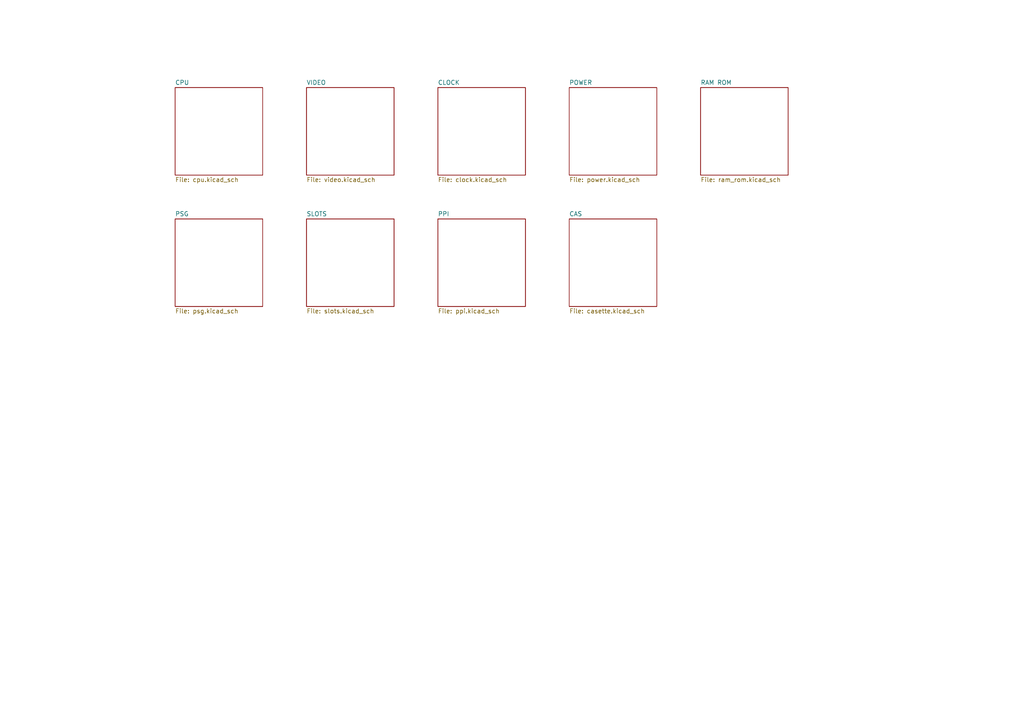
<source format=kicad_sch>
(kicad_sch
	(version 20250114)
	(generator "eeschema")
	(generator_version "9.0")
	(uuid "edd730df-f5f9-46e7-89b3-cc1782f4097f")
	(paper "A4")
	(title_block
		(title "JFF")
		(date "2025-10-06")
		(rev "1.1c-TMSHAT")
		(company "Skoti / herraa1")
		(comment 1 "Just for Fun - Computer")
	)
	(lib_symbols)
	(sheet
		(at 50.8 25.4)
		(size 25.4 25.4)
		(exclude_from_sim no)
		(in_bom yes)
		(on_board yes)
		(dnp no)
		(fields_autoplaced yes)
		(stroke
			(width 0)
			(type solid)
		)
		(fill
			(color 0 0 0 0.0000)
		)
		(uuid "00000000-0000-0000-0000-00006309461f")
		(property "Sheetname" "CPU"
			(at 50.8 24.6884 0)
			(effects
				(font
					(size 1.27 1.27)
				)
				(justify left bottom)
			)
		)
		(property "Sheetfile" "cpu.kicad_sch"
			(at 50.8 51.3846 0)
			(effects
				(font
					(size 1.27 1.27)
				)
				(justify left top)
			)
		)
		(instances
			(project "jff_mainboard"
				(path "/edd730df-f5f9-46e7-89b3-cc1782f4097f"
					(page "2")
				)
			)
		)
	)
	(sheet
		(at 88.9 25.4)
		(size 25.4 25.4)
		(exclude_from_sim no)
		(in_bom yes)
		(on_board yes)
		(dnp no)
		(fields_autoplaced yes)
		(stroke
			(width 0)
			(type solid)
		)
		(fill
			(color 0 0 0 0.0000)
		)
		(uuid "00000000-0000-0000-0000-0000630995a0")
		(property "Sheetname" "VIDEO"
			(at 88.9 24.6884 0)
			(effects
				(font
					(size 1.27 1.27)
				)
				(justify left bottom)
			)
		)
		(property "Sheetfile" "video.kicad_sch"
			(at 88.9 51.3846 0)
			(effects
				(font
					(size 1.27 1.27)
				)
				(justify left top)
			)
		)
		(instances
			(project "jff_mainboard"
				(path "/edd730df-f5f9-46e7-89b3-cc1782f4097f"
					(page "3")
				)
			)
		)
	)
	(sheet
		(at 50.8 63.5)
		(size 25.4 25.4)
		(exclude_from_sim no)
		(in_bom yes)
		(on_board yes)
		(dnp no)
		(fields_autoplaced yes)
		(stroke
			(width 0.1524)
			(type solid)
		)
		(fill
			(color 0 0 0 0.0000)
		)
		(uuid "2db86ab7-f82a-45c8-ab9b-ab0489ae3b09")
		(property "Sheetname" "PSG"
			(at 50.8 62.7884 0)
			(effects
				(font
					(size 1.27 1.27)
				)
				(justify left bottom)
			)
		)
		(property "Sheetfile" "psg.kicad_sch"
			(at 50.8 89.4846 0)
			(effects
				(font
					(size 1.27 1.27)
				)
				(justify left top)
			)
		)
		(instances
			(project "jff_mainboard"
				(path "/edd730df-f5f9-46e7-89b3-cc1782f4097f"
					(page "7")
				)
			)
		)
	)
	(sheet
		(at 165.1 25.4)
		(size 25.4 25.4)
		(exclude_from_sim no)
		(in_bom yes)
		(on_board yes)
		(dnp no)
		(fields_autoplaced yes)
		(stroke
			(width 0.1524)
			(type solid)
		)
		(fill
			(color 0 0 0 0.0000)
		)
		(uuid "42396204-44ef-4b7e-b85c-27b227a427c5")
		(property "Sheetname" "POWER"
			(at 165.1 24.6884 0)
			(effects
				(font
					(size 1.27 1.27)
				)
				(justify left bottom)
			)
		)
		(property "Sheetfile" "power.kicad_sch"
			(at 165.1 51.3846 0)
			(effects
				(font
					(size 1.27 1.27)
				)
				(justify left top)
			)
		)
		(instances
			(project "jff_mainboard"
				(path "/edd730df-f5f9-46e7-89b3-cc1782f4097f"
					(page "5")
				)
			)
		)
	)
	(sheet
		(at 88.9 63.5)
		(size 25.4 25.4)
		(exclude_from_sim no)
		(in_bom yes)
		(on_board yes)
		(dnp no)
		(fields_autoplaced yes)
		(stroke
			(width 0.1524)
			(type solid)
		)
		(fill
			(color 0 0 0 0.0000)
		)
		(uuid "7f2fe337-0864-4598-a448-901a5ab4f914")
		(property "Sheetname" "SLOTS"
			(at 88.9 62.7884 0)
			(effects
				(font
					(size 1.27 1.27)
				)
				(justify left bottom)
			)
		)
		(property "Sheetfile" "slots.kicad_sch"
			(at 88.9 89.4846 0)
			(effects
				(font
					(size 1.27 1.27)
				)
				(justify left top)
			)
		)
		(instances
			(project "jff_mainboard"
				(path "/edd730df-f5f9-46e7-89b3-cc1782f4097f"
					(page "8")
				)
			)
		)
	)
	(sheet
		(at 127 25.4)
		(size 25.4 25.4)
		(exclude_from_sim no)
		(in_bom yes)
		(on_board yes)
		(dnp no)
		(fields_autoplaced yes)
		(stroke
			(width 0.1524)
			(type solid)
		)
		(fill
			(color 0 0 0 0.0000)
		)
		(uuid "a2bf7dca-3e44-4c40-b657-1c5902036790")
		(property "Sheetname" "CLOCK"
			(at 127 24.6884 0)
			(effects
				(font
					(size 1.27 1.27)
				)
				(justify left bottom)
			)
		)
		(property "Sheetfile" "clock.kicad_sch"
			(at 127 51.3846 0)
			(effects
				(font
					(size 1.27 1.27)
				)
				(justify left top)
			)
		)
		(instances
			(project "jff_mainboard"
				(path "/edd730df-f5f9-46e7-89b3-cc1782f4097f"
					(page "4")
				)
			)
		)
	)
	(sheet
		(at 203.2 25.4)
		(size 25.4 25.4)
		(exclude_from_sim no)
		(in_bom yes)
		(on_board yes)
		(dnp no)
		(fields_autoplaced yes)
		(stroke
			(width 0.1524)
			(type solid)
		)
		(fill
			(color 0 0 0 0.0000)
		)
		(uuid "b5826339-2312-4658-a260-99d5f481566e")
		(property "Sheetname" "RAM ROM"
			(at 203.2 24.6884 0)
			(effects
				(font
					(size 1.27 1.27)
				)
				(justify left bottom)
			)
		)
		(property "Sheetfile" "ram_rom.kicad_sch"
			(at 203.2 51.3846 0)
			(effects
				(font
					(size 1.27 1.27)
				)
				(justify left top)
			)
		)
		(instances
			(project "jff_mainboard"
				(path "/edd730df-f5f9-46e7-89b3-cc1782f4097f"
					(page "6")
				)
			)
		)
	)
	(sheet
		(at 165.1 63.5)
		(size 25.4 25.4)
		(exclude_from_sim no)
		(in_bom yes)
		(on_board yes)
		(dnp no)
		(fields_autoplaced yes)
		(stroke
			(width 0.1524)
			(type solid)
		)
		(fill
			(color 0 0 0 0.0000)
		)
		(uuid "cd21004c-6414-48c0-866f-0b520341a18c")
		(property "Sheetname" "CAS"
			(at 165.1 62.7884 0)
			(effects
				(font
					(size 1.27 1.27)
				)
				(justify left bottom)
			)
		)
		(property "Sheetfile" "casette.kicad_sch"
			(at 165.1 89.4846 0)
			(effects
				(font
					(size 1.27 1.27)
				)
				(justify left top)
			)
		)
		(instances
			(project "jff_mainboard"
				(path "/edd730df-f5f9-46e7-89b3-cc1782f4097f"
					(page "10")
				)
			)
		)
	)
	(sheet
		(at 127 63.5)
		(size 25.4 25.4)
		(exclude_from_sim no)
		(in_bom yes)
		(on_board yes)
		(dnp no)
		(fields_autoplaced yes)
		(stroke
			(width 0.1524)
			(type solid)
		)
		(fill
			(color 0 0 0 0.0000)
		)
		(uuid "ce0a9044-d9bd-46ac-a1a4-62fcb0c32111")
		(property "Sheetname" "PPI"
			(at 127 62.7884 0)
			(effects
				(font
					(size 1.27 1.27)
				)
				(justify left bottom)
			)
		)
		(property "Sheetfile" "ppi.kicad_sch"
			(at 127 89.4846 0)
			(effects
				(font
					(size 1.27 1.27)
				)
				(justify left top)
			)
		)
		(instances
			(project "jff_mainboard"
				(path "/edd730df-f5f9-46e7-89b3-cc1782f4097f"
					(page "9")
				)
			)
		)
	)
	(sheet_instances
		(path "/"
			(page "1")
		)
	)
	(embedded_fonts no)
)

</source>
